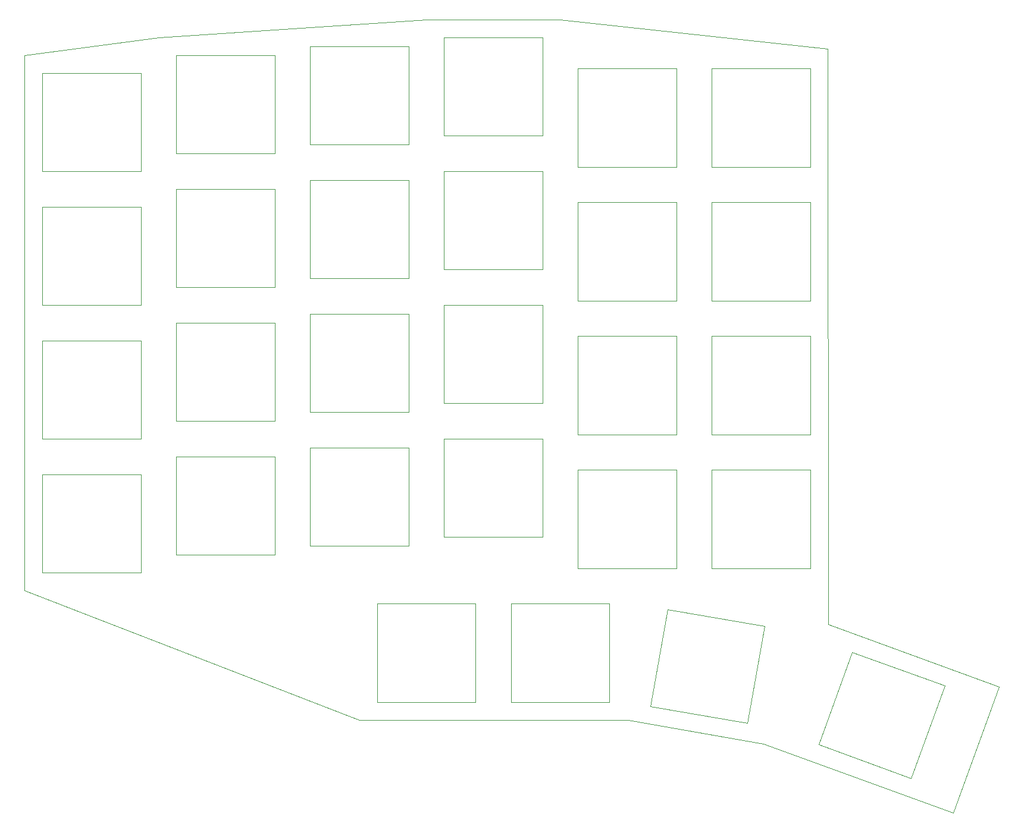
<source format=gm1>
G04 #@! TF.GenerationSoftware,KiCad,Pcbnew,9.0.7*
G04 #@! TF.CreationDate,2026-02-21T19:36:19+09:00*
G04 #@! TF.ProjectId,top-plate,746f702d-706c-4617-9465-2e6b69636164,rev?*
G04 #@! TF.SameCoordinates,Original*
G04 #@! TF.FileFunction,Profile,NP*
%FSLAX46Y46*%
G04 Gerber Fmt 4.6, Leading zero omitted, Abs format (unit mm)*
G04 Created by KiCad (PCBNEW 9.0.7) date 2026-02-21 19:36:19*
%MOMM*%
%LPD*%
G01*
G04 APERTURE LIST*
G04 #@! TA.AperFunction,Profile*
%ADD10C,0.050000*%
G04 #@! TD*
G04 APERTURE END LIST*
D10*
X164468119Y-94329471D02*
X178488922Y-94329472D01*
X145418119Y-94329471D02*
X159438921Y-94329473D01*
X140388920Y-127959071D02*
X140388921Y-141979872D01*
X83238921Y-133039073D02*
X83238921Y-147059872D01*
X121338921Y-86099872D02*
X107318120Y-86099873D01*
X140388921Y-141979872D02*
X126368120Y-141979873D01*
X121338920Y-129229072D02*
X121338920Y-143249872D01*
X88268121Y-125469872D02*
X88268119Y-111449072D01*
X178488920Y-113379472D02*
X178488922Y-127400272D01*
X85767742Y-70835409D02*
X104784954Y-69578990D01*
X114277968Y-168012043D02*
X66686217Y-149577138D01*
X126368120Y-127959074D02*
X140388920Y-127959071D01*
X88268119Y-130499071D02*
X102288920Y-130499071D01*
X130863920Y-151454072D02*
X130863918Y-165474871D01*
X126368120Y-141979873D02*
X126368120Y-127959074D01*
X140388921Y-89859073D02*
X140388920Y-103879873D01*
X205376059Y-163284104D02*
X181025984Y-154451811D01*
X116843121Y-165474872D02*
X116843120Y-151454072D01*
X145418120Y-108350271D02*
X145418119Y-94329471D01*
X159438921Y-89300273D02*
X145418120Y-89300271D01*
X159438921Y-94329473D02*
X159438920Y-108350271D01*
X83238920Y-108959872D02*
X69218119Y-108959873D01*
X145418119Y-113379472D02*
X159438920Y-113379471D01*
X121338920Y-124199872D02*
X107318120Y-124199873D01*
X126368119Y-89859073D02*
X140388921Y-89859073D01*
X164468120Y-132429472D02*
X178488920Y-132429472D01*
X69218120Y-75889071D02*
X83238919Y-75889073D01*
X69218121Y-147059873D02*
X69218121Y-133039072D01*
X178488920Y-89300272D02*
X164468121Y-89300271D01*
X178488922Y-146450273D02*
X164468119Y-146450271D01*
X159438920Y-132429472D02*
X159438921Y-146450273D01*
X83238919Y-75889073D02*
X83238920Y-89909871D01*
X198824366Y-181278256D02*
X171783236Y-171431495D01*
X149913919Y-165474871D02*
X135893121Y-165474872D01*
X135893120Y-151454071D02*
X149913920Y-151454072D01*
X88268119Y-92399073D02*
X102288920Y-92399072D01*
X102288920Y-92399072D02*
X102288921Y-106419872D01*
X159438920Y-75279473D02*
X159438921Y-89300273D01*
X197609916Y-163170830D02*
X192814520Y-176346072D01*
X107318120Y-124199873D02*
X107318121Y-110179071D01*
X164468121Y-75279472D02*
X178488922Y-75279473D01*
X107318120Y-91129072D02*
X121338920Y-91129072D01*
X121338919Y-110179072D02*
X121338920Y-124199872D01*
X69218121Y-94939072D02*
X83238919Y-94939071D01*
X159438921Y-146450273D02*
X145418119Y-146450271D01*
X66686217Y-149577138D02*
X66673537Y-73374683D01*
X178488920Y-132429472D02*
X178488922Y-146450273D01*
X164468121Y-89300271D02*
X164468121Y-75279472D01*
X159438920Y-108350271D02*
X145418120Y-108350271D01*
X88268119Y-111449072D02*
X102288920Y-111449073D01*
X178488922Y-127400272D02*
X164468121Y-127400273D01*
X116843120Y-151454072D02*
X130863920Y-151454072D01*
X140388921Y-122929871D02*
X126368119Y-122929871D01*
X126368119Y-103879871D02*
X126368119Y-89859073D01*
X169548120Y-168497473D02*
X155740328Y-166062786D01*
X107318120Y-143249873D02*
X107318120Y-129229072D01*
X145418120Y-127400273D02*
X145418119Y-113379472D01*
X123851230Y-68309412D02*
X142889574Y-68309526D01*
X126368120Y-70809074D02*
X140388921Y-70809071D01*
X107318120Y-72079072D02*
X121338920Y-72079072D01*
X102288919Y-144519871D02*
X88268121Y-144519872D01*
X142889574Y-68309526D02*
X180976880Y-72421401D01*
X159438921Y-127400272D02*
X145418120Y-127400273D01*
X83238920Y-128009873D02*
X69218121Y-128009873D01*
X152626304Y-168044672D02*
X114277968Y-168012043D01*
X135893121Y-165474872D02*
X135893120Y-151454071D01*
X69218121Y-128009873D02*
X69218121Y-113989073D01*
X178488922Y-75279473D02*
X178488920Y-89300272D01*
X121338920Y-143249872D02*
X107318120Y-143249873D01*
X83238920Y-89909871D02*
X69218119Y-89909873D01*
X83238922Y-113989072D02*
X83238920Y-128009873D01*
X145418120Y-89300271D02*
X145418120Y-75279472D01*
X164468121Y-108350271D02*
X164468119Y-94329471D01*
X140388920Y-84829873D02*
X126368120Y-84829873D01*
X107318120Y-129229072D02*
X121338920Y-129229072D01*
X164468121Y-127400273D02*
X164468120Y-113379473D01*
X69218121Y-113989073D02*
X83238922Y-113989072D01*
X155740328Y-166062786D02*
X158175015Y-152254993D01*
X107318120Y-86099873D02*
X107318120Y-72079072D01*
X140388920Y-103879873D02*
X126368119Y-103879871D01*
X192814520Y-176346072D02*
X179639279Y-171550677D01*
X184434675Y-158375434D02*
X197609916Y-163170830D01*
X88268121Y-144519872D02*
X88268119Y-130499071D01*
X107318121Y-110179071D02*
X121338919Y-110179072D01*
X179639279Y-171550677D02*
X184434675Y-158375434D01*
X205376059Y-163284104D02*
X198824366Y-181278256D01*
X69218119Y-108959873D02*
X69218121Y-94939072D01*
X164468120Y-113379473D02*
X178488920Y-113379472D01*
X66673537Y-73374683D02*
X85767742Y-70835409D01*
X121338921Y-105149872D02*
X107318119Y-105149872D01*
X171783236Y-171431495D02*
X152626304Y-168044672D01*
X102288920Y-125469872D02*
X88268121Y-125469872D01*
X104784954Y-69578990D02*
X123851230Y-68309412D01*
X121338920Y-91129072D02*
X121338921Y-105149872D01*
X102288920Y-111449073D02*
X102288920Y-125469872D01*
X145418119Y-146450271D02*
X145418119Y-132429473D01*
X178488922Y-94329472D02*
X178488921Y-108350271D01*
X130863918Y-165474871D02*
X116843121Y-165474872D01*
X140388921Y-70809071D02*
X140388920Y-84829873D01*
X88268120Y-73349072D02*
X102288919Y-73349071D01*
X102288919Y-73349071D02*
X102288921Y-87369871D01*
X145418119Y-132429473D02*
X159438920Y-132429472D01*
X83238919Y-94939071D02*
X83238920Y-108959872D01*
X158175015Y-152254993D02*
X171982806Y-154689678D01*
X69218121Y-133039072D02*
X83238921Y-133039073D01*
X102288921Y-87369871D02*
X88268121Y-87369872D01*
X149913920Y-151454072D02*
X149913919Y-165474871D01*
X126368120Y-108909072D02*
X140388920Y-108909072D01*
X171982806Y-154689678D02*
X169548120Y-168497473D01*
X164468119Y-146450271D02*
X164468120Y-132429472D01*
X107318119Y-105149872D02*
X107318120Y-91129072D01*
X121338920Y-72079072D02*
X121338921Y-86099872D01*
X88268120Y-106419872D02*
X88268119Y-92399073D01*
X126368120Y-84829873D02*
X126368120Y-70809074D01*
X126368119Y-122929871D02*
X126368120Y-108909072D01*
X140388920Y-108909072D02*
X140388921Y-122929871D01*
X178488921Y-108350271D02*
X164468121Y-108350271D01*
X88268121Y-87369872D02*
X88268120Y-73349072D01*
X69218119Y-89909873D02*
X69218120Y-75889071D01*
X159438920Y-113379471D02*
X159438921Y-127400272D01*
X180976880Y-72421401D02*
X181025984Y-154451811D01*
X83238921Y-147059872D02*
X69218121Y-147059873D01*
X102288921Y-106419872D02*
X88268120Y-106419872D01*
X102288920Y-130499071D02*
X102288919Y-144519871D01*
X145418120Y-75279472D02*
X159438920Y-75279473D01*
M02*

</source>
